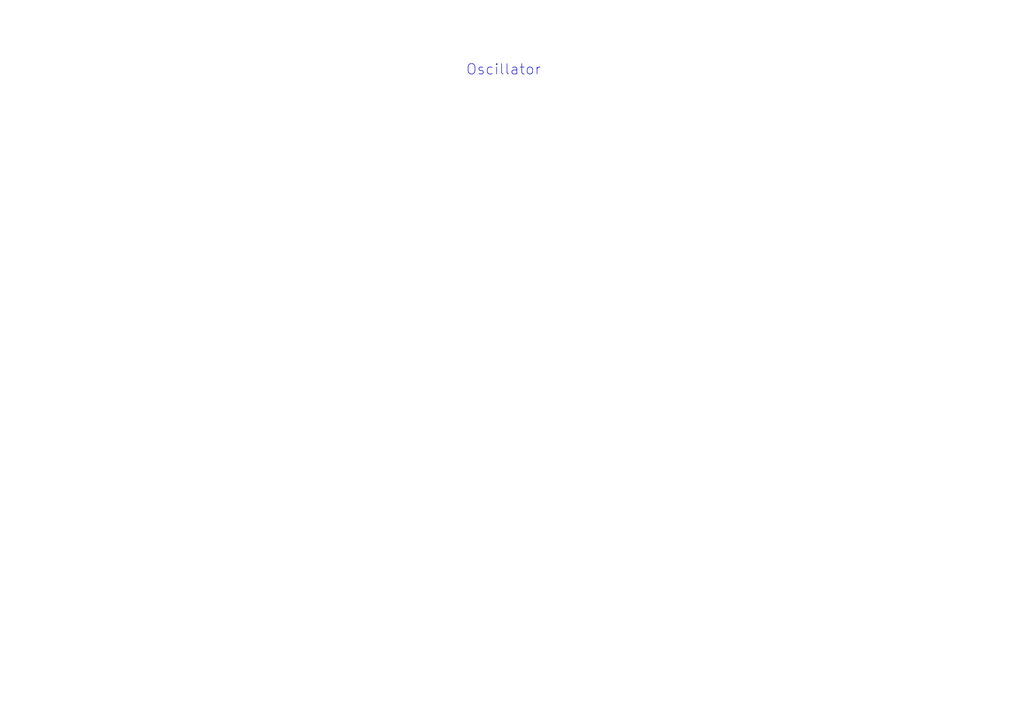
<source format=kicad_sch>
(kicad_sch
	(version 20231120)
	(generator "eeschema")
	(generator_version "8.0")
	(uuid "9ac2426f-96d9-4f86-83ba-59c02144179a")
	(paper "A4")
	(lib_symbols)
	(text "Oscillator"
		(exclude_from_sim no)
		(at 146.05 20.32 0)
		(effects
			(font
				(size 3 3)
			)
		)
		(uuid "6c204ce5-4d59-49de-9bf1-2f89f894599f")
	)
)

</source>
